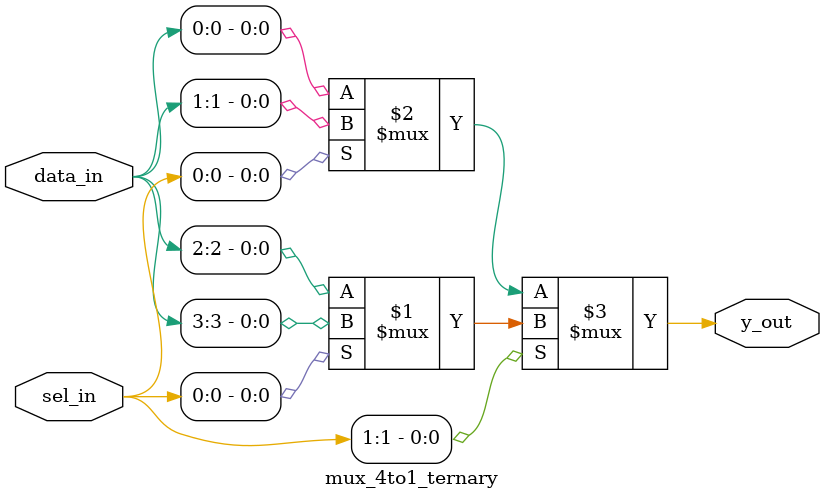
<source format=v>
`timescale 1ns / 1ps


module mux_4to1_ternary(
    input [3:0]data_in,
    input [1:0]sel_in,
    output y_out
    );
    //<conditon>?<statement if true>:<statement if false>
    assign y_out = sel_in[1]?
                            (sel_in[0]?data_in[3]:data_in[2]):
                            (sel_in[0]?data_in[1]:data_in[0]);
endmodule

</source>
